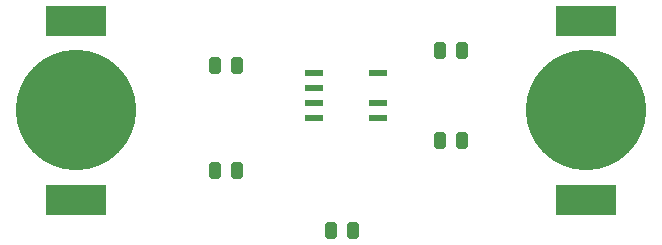
<source format=gbr>
G04 #@! TF.GenerationSoftware,KiCad,Pcbnew,(5.1.4)-1*
G04 #@! TF.CreationDate,2021-09-27T23:37:41-07:00*
G04 #@! TF.ProjectId,IntroProj,496e7472-6f50-4726-9f6a-2e6b69636164,rev?*
G04 #@! TF.SameCoordinates,Original*
G04 #@! TF.FileFunction,Paste,Top*
G04 #@! TF.FilePolarity,Positive*
%FSLAX46Y46*%
G04 Gerber Fmt 4.6, Leading zero omitted, Abs format (unit mm)*
G04 Created by KiCad (PCBNEW (5.1.4)-1) date 2021-09-27 23:37:41*
%MOMM*%
%LPD*%
G04 APERTURE LIST*
%ADD10R,5.100000X2.500000*%
%ADD11C,10.200000*%
%ADD12C,0.100000*%
%ADD13C,0.975000*%
%ADD14R,1.550000X0.600000*%
G04 APERTURE END LIST*
D10*
X138430000Y-62250000D03*
X138430000Y-77450000D03*
D11*
X138430000Y-69850000D03*
X181610000Y-69850000D03*
D10*
X181610000Y-77450000D03*
X181610000Y-62250000D03*
D12*
G36*
X150460142Y-65341174D02*
G01*
X150483803Y-65344684D01*
X150507007Y-65350496D01*
X150529529Y-65358554D01*
X150551153Y-65368782D01*
X150571670Y-65381079D01*
X150590883Y-65395329D01*
X150608607Y-65411393D01*
X150624671Y-65429117D01*
X150638921Y-65448330D01*
X150651218Y-65468847D01*
X150661446Y-65490471D01*
X150669504Y-65512993D01*
X150675316Y-65536197D01*
X150678826Y-65559858D01*
X150680000Y-65583750D01*
X150680000Y-66496250D01*
X150678826Y-66520142D01*
X150675316Y-66543803D01*
X150669504Y-66567007D01*
X150661446Y-66589529D01*
X150651218Y-66611153D01*
X150638921Y-66631670D01*
X150624671Y-66650883D01*
X150608607Y-66668607D01*
X150590883Y-66684671D01*
X150571670Y-66698921D01*
X150551153Y-66711218D01*
X150529529Y-66721446D01*
X150507007Y-66729504D01*
X150483803Y-66735316D01*
X150460142Y-66738826D01*
X150436250Y-66740000D01*
X149948750Y-66740000D01*
X149924858Y-66738826D01*
X149901197Y-66735316D01*
X149877993Y-66729504D01*
X149855471Y-66721446D01*
X149833847Y-66711218D01*
X149813330Y-66698921D01*
X149794117Y-66684671D01*
X149776393Y-66668607D01*
X149760329Y-66650883D01*
X149746079Y-66631670D01*
X149733782Y-66611153D01*
X149723554Y-66589529D01*
X149715496Y-66567007D01*
X149709684Y-66543803D01*
X149706174Y-66520142D01*
X149705000Y-66496250D01*
X149705000Y-65583750D01*
X149706174Y-65559858D01*
X149709684Y-65536197D01*
X149715496Y-65512993D01*
X149723554Y-65490471D01*
X149733782Y-65468847D01*
X149746079Y-65448330D01*
X149760329Y-65429117D01*
X149776393Y-65411393D01*
X149794117Y-65395329D01*
X149813330Y-65381079D01*
X149833847Y-65368782D01*
X149855471Y-65358554D01*
X149877993Y-65350496D01*
X149901197Y-65344684D01*
X149924858Y-65341174D01*
X149948750Y-65340000D01*
X150436250Y-65340000D01*
X150460142Y-65341174D01*
X150460142Y-65341174D01*
G37*
D13*
X150192500Y-66040000D03*
D12*
G36*
X152335142Y-65341174D02*
G01*
X152358803Y-65344684D01*
X152382007Y-65350496D01*
X152404529Y-65358554D01*
X152426153Y-65368782D01*
X152446670Y-65381079D01*
X152465883Y-65395329D01*
X152483607Y-65411393D01*
X152499671Y-65429117D01*
X152513921Y-65448330D01*
X152526218Y-65468847D01*
X152536446Y-65490471D01*
X152544504Y-65512993D01*
X152550316Y-65536197D01*
X152553826Y-65559858D01*
X152555000Y-65583750D01*
X152555000Y-66496250D01*
X152553826Y-66520142D01*
X152550316Y-66543803D01*
X152544504Y-66567007D01*
X152536446Y-66589529D01*
X152526218Y-66611153D01*
X152513921Y-66631670D01*
X152499671Y-66650883D01*
X152483607Y-66668607D01*
X152465883Y-66684671D01*
X152446670Y-66698921D01*
X152426153Y-66711218D01*
X152404529Y-66721446D01*
X152382007Y-66729504D01*
X152358803Y-66735316D01*
X152335142Y-66738826D01*
X152311250Y-66740000D01*
X151823750Y-66740000D01*
X151799858Y-66738826D01*
X151776197Y-66735316D01*
X151752993Y-66729504D01*
X151730471Y-66721446D01*
X151708847Y-66711218D01*
X151688330Y-66698921D01*
X151669117Y-66684671D01*
X151651393Y-66668607D01*
X151635329Y-66650883D01*
X151621079Y-66631670D01*
X151608782Y-66611153D01*
X151598554Y-66589529D01*
X151590496Y-66567007D01*
X151584684Y-66543803D01*
X151581174Y-66520142D01*
X151580000Y-66496250D01*
X151580000Y-65583750D01*
X151581174Y-65559858D01*
X151584684Y-65536197D01*
X151590496Y-65512993D01*
X151598554Y-65490471D01*
X151608782Y-65468847D01*
X151621079Y-65448330D01*
X151635329Y-65429117D01*
X151651393Y-65411393D01*
X151669117Y-65395329D01*
X151688330Y-65381079D01*
X151708847Y-65368782D01*
X151730471Y-65358554D01*
X151752993Y-65350496D01*
X151776197Y-65344684D01*
X151799858Y-65341174D01*
X151823750Y-65340000D01*
X152311250Y-65340000D01*
X152335142Y-65341174D01*
X152335142Y-65341174D01*
G37*
D13*
X152067500Y-66040000D03*
D12*
G36*
X162162642Y-79311174D02*
G01*
X162186303Y-79314684D01*
X162209507Y-79320496D01*
X162232029Y-79328554D01*
X162253653Y-79338782D01*
X162274170Y-79351079D01*
X162293383Y-79365329D01*
X162311107Y-79381393D01*
X162327171Y-79399117D01*
X162341421Y-79418330D01*
X162353718Y-79438847D01*
X162363946Y-79460471D01*
X162372004Y-79482993D01*
X162377816Y-79506197D01*
X162381326Y-79529858D01*
X162382500Y-79553750D01*
X162382500Y-80466250D01*
X162381326Y-80490142D01*
X162377816Y-80513803D01*
X162372004Y-80537007D01*
X162363946Y-80559529D01*
X162353718Y-80581153D01*
X162341421Y-80601670D01*
X162327171Y-80620883D01*
X162311107Y-80638607D01*
X162293383Y-80654671D01*
X162274170Y-80668921D01*
X162253653Y-80681218D01*
X162232029Y-80691446D01*
X162209507Y-80699504D01*
X162186303Y-80705316D01*
X162162642Y-80708826D01*
X162138750Y-80710000D01*
X161651250Y-80710000D01*
X161627358Y-80708826D01*
X161603697Y-80705316D01*
X161580493Y-80699504D01*
X161557971Y-80691446D01*
X161536347Y-80681218D01*
X161515830Y-80668921D01*
X161496617Y-80654671D01*
X161478893Y-80638607D01*
X161462829Y-80620883D01*
X161448579Y-80601670D01*
X161436282Y-80581153D01*
X161426054Y-80559529D01*
X161417996Y-80537007D01*
X161412184Y-80513803D01*
X161408674Y-80490142D01*
X161407500Y-80466250D01*
X161407500Y-79553750D01*
X161408674Y-79529858D01*
X161412184Y-79506197D01*
X161417996Y-79482993D01*
X161426054Y-79460471D01*
X161436282Y-79438847D01*
X161448579Y-79418330D01*
X161462829Y-79399117D01*
X161478893Y-79381393D01*
X161496617Y-79365329D01*
X161515830Y-79351079D01*
X161536347Y-79338782D01*
X161557971Y-79328554D01*
X161580493Y-79320496D01*
X161603697Y-79314684D01*
X161627358Y-79311174D01*
X161651250Y-79310000D01*
X162138750Y-79310000D01*
X162162642Y-79311174D01*
X162162642Y-79311174D01*
G37*
D13*
X161895000Y-80010000D03*
D12*
G36*
X160287642Y-79311174D02*
G01*
X160311303Y-79314684D01*
X160334507Y-79320496D01*
X160357029Y-79328554D01*
X160378653Y-79338782D01*
X160399170Y-79351079D01*
X160418383Y-79365329D01*
X160436107Y-79381393D01*
X160452171Y-79399117D01*
X160466421Y-79418330D01*
X160478718Y-79438847D01*
X160488946Y-79460471D01*
X160497004Y-79482993D01*
X160502816Y-79506197D01*
X160506326Y-79529858D01*
X160507500Y-79553750D01*
X160507500Y-80466250D01*
X160506326Y-80490142D01*
X160502816Y-80513803D01*
X160497004Y-80537007D01*
X160488946Y-80559529D01*
X160478718Y-80581153D01*
X160466421Y-80601670D01*
X160452171Y-80620883D01*
X160436107Y-80638607D01*
X160418383Y-80654671D01*
X160399170Y-80668921D01*
X160378653Y-80681218D01*
X160357029Y-80691446D01*
X160334507Y-80699504D01*
X160311303Y-80705316D01*
X160287642Y-80708826D01*
X160263750Y-80710000D01*
X159776250Y-80710000D01*
X159752358Y-80708826D01*
X159728697Y-80705316D01*
X159705493Y-80699504D01*
X159682971Y-80691446D01*
X159661347Y-80681218D01*
X159640830Y-80668921D01*
X159621617Y-80654671D01*
X159603893Y-80638607D01*
X159587829Y-80620883D01*
X159573579Y-80601670D01*
X159561282Y-80581153D01*
X159551054Y-80559529D01*
X159542996Y-80537007D01*
X159537184Y-80513803D01*
X159533674Y-80490142D01*
X159532500Y-80466250D01*
X159532500Y-79553750D01*
X159533674Y-79529858D01*
X159537184Y-79506197D01*
X159542996Y-79482993D01*
X159551054Y-79460471D01*
X159561282Y-79438847D01*
X159573579Y-79418330D01*
X159587829Y-79399117D01*
X159603893Y-79381393D01*
X159621617Y-79365329D01*
X159640830Y-79351079D01*
X159661347Y-79338782D01*
X159682971Y-79328554D01*
X159705493Y-79320496D01*
X159728697Y-79314684D01*
X159752358Y-79311174D01*
X159776250Y-79310000D01*
X160263750Y-79310000D01*
X160287642Y-79311174D01*
X160287642Y-79311174D01*
G37*
D13*
X160020000Y-80010000D03*
D12*
G36*
X152335142Y-74231174D02*
G01*
X152358803Y-74234684D01*
X152382007Y-74240496D01*
X152404529Y-74248554D01*
X152426153Y-74258782D01*
X152446670Y-74271079D01*
X152465883Y-74285329D01*
X152483607Y-74301393D01*
X152499671Y-74319117D01*
X152513921Y-74338330D01*
X152526218Y-74358847D01*
X152536446Y-74380471D01*
X152544504Y-74402993D01*
X152550316Y-74426197D01*
X152553826Y-74449858D01*
X152555000Y-74473750D01*
X152555000Y-75386250D01*
X152553826Y-75410142D01*
X152550316Y-75433803D01*
X152544504Y-75457007D01*
X152536446Y-75479529D01*
X152526218Y-75501153D01*
X152513921Y-75521670D01*
X152499671Y-75540883D01*
X152483607Y-75558607D01*
X152465883Y-75574671D01*
X152446670Y-75588921D01*
X152426153Y-75601218D01*
X152404529Y-75611446D01*
X152382007Y-75619504D01*
X152358803Y-75625316D01*
X152335142Y-75628826D01*
X152311250Y-75630000D01*
X151823750Y-75630000D01*
X151799858Y-75628826D01*
X151776197Y-75625316D01*
X151752993Y-75619504D01*
X151730471Y-75611446D01*
X151708847Y-75601218D01*
X151688330Y-75588921D01*
X151669117Y-75574671D01*
X151651393Y-75558607D01*
X151635329Y-75540883D01*
X151621079Y-75521670D01*
X151608782Y-75501153D01*
X151598554Y-75479529D01*
X151590496Y-75457007D01*
X151584684Y-75433803D01*
X151581174Y-75410142D01*
X151580000Y-75386250D01*
X151580000Y-74473750D01*
X151581174Y-74449858D01*
X151584684Y-74426197D01*
X151590496Y-74402993D01*
X151598554Y-74380471D01*
X151608782Y-74358847D01*
X151621079Y-74338330D01*
X151635329Y-74319117D01*
X151651393Y-74301393D01*
X151669117Y-74285329D01*
X151688330Y-74271079D01*
X151708847Y-74258782D01*
X151730471Y-74248554D01*
X151752993Y-74240496D01*
X151776197Y-74234684D01*
X151799858Y-74231174D01*
X151823750Y-74230000D01*
X152311250Y-74230000D01*
X152335142Y-74231174D01*
X152335142Y-74231174D01*
G37*
D13*
X152067500Y-74930000D03*
D12*
G36*
X150460142Y-74231174D02*
G01*
X150483803Y-74234684D01*
X150507007Y-74240496D01*
X150529529Y-74248554D01*
X150551153Y-74258782D01*
X150571670Y-74271079D01*
X150590883Y-74285329D01*
X150608607Y-74301393D01*
X150624671Y-74319117D01*
X150638921Y-74338330D01*
X150651218Y-74358847D01*
X150661446Y-74380471D01*
X150669504Y-74402993D01*
X150675316Y-74426197D01*
X150678826Y-74449858D01*
X150680000Y-74473750D01*
X150680000Y-75386250D01*
X150678826Y-75410142D01*
X150675316Y-75433803D01*
X150669504Y-75457007D01*
X150661446Y-75479529D01*
X150651218Y-75501153D01*
X150638921Y-75521670D01*
X150624671Y-75540883D01*
X150608607Y-75558607D01*
X150590883Y-75574671D01*
X150571670Y-75588921D01*
X150551153Y-75601218D01*
X150529529Y-75611446D01*
X150507007Y-75619504D01*
X150483803Y-75625316D01*
X150460142Y-75628826D01*
X150436250Y-75630000D01*
X149948750Y-75630000D01*
X149924858Y-75628826D01*
X149901197Y-75625316D01*
X149877993Y-75619504D01*
X149855471Y-75611446D01*
X149833847Y-75601218D01*
X149813330Y-75588921D01*
X149794117Y-75574671D01*
X149776393Y-75558607D01*
X149760329Y-75540883D01*
X149746079Y-75521670D01*
X149733782Y-75501153D01*
X149723554Y-75479529D01*
X149715496Y-75457007D01*
X149709684Y-75433803D01*
X149706174Y-75410142D01*
X149705000Y-75386250D01*
X149705000Y-74473750D01*
X149706174Y-74449858D01*
X149709684Y-74426197D01*
X149715496Y-74402993D01*
X149723554Y-74380471D01*
X149733782Y-74358847D01*
X149746079Y-74338330D01*
X149760329Y-74319117D01*
X149776393Y-74301393D01*
X149794117Y-74285329D01*
X149813330Y-74271079D01*
X149833847Y-74258782D01*
X149855471Y-74248554D01*
X149877993Y-74240496D01*
X149901197Y-74234684D01*
X149924858Y-74231174D01*
X149948750Y-74230000D01*
X150436250Y-74230000D01*
X150460142Y-74231174D01*
X150460142Y-74231174D01*
G37*
D13*
X150192500Y-74930000D03*
D12*
G36*
X171385142Y-71691174D02*
G01*
X171408803Y-71694684D01*
X171432007Y-71700496D01*
X171454529Y-71708554D01*
X171476153Y-71718782D01*
X171496670Y-71731079D01*
X171515883Y-71745329D01*
X171533607Y-71761393D01*
X171549671Y-71779117D01*
X171563921Y-71798330D01*
X171576218Y-71818847D01*
X171586446Y-71840471D01*
X171594504Y-71862993D01*
X171600316Y-71886197D01*
X171603826Y-71909858D01*
X171605000Y-71933750D01*
X171605000Y-72846250D01*
X171603826Y-72870142D01*
X171600316Y-72893803D01*
X171594504Y-72917007D01*
X171586446Y-72939529D01*
X171576218Y-72961153D01*
X171563921Y-72981670D01*
X171549671Y-73000883D01*
X171533607Y-73018607D01*
X171515883Y-73034671D01*
X171496670Y-73048921D01*
X171476153Y-73061218D01*
X171454529Y-73071446D01*
X171432007Y-73079504D01*
X171408803Y-73085316D01*
X171385142Y-73088826D01*
X171361250Y-73090000D01*
X170873750Y-73090000D01*
X170849858Y-73088826D01*
X170826197Y-73085316D01*
X170802993Y-73079504D01*
X170780471Y-73071446D01*
X170758847Y-73061218D01*
X170738330Y-73048921D01*
X170719117Y-73034671D01*
X170701393Y-73018607D01*
X170685329Y-73000883D01*
X170671079Y-72981670D01*
X170658782Y-72961153D01*
X170648554Y-72939529D01*
X170640496Y-72917007D01*
X170634684Y-72893803D01*
X170631174Y-72870142D01*
X170630000Y-72846250D01*
X170630000Y-71933750D01*
X170631174Y-71909858D01*
X170634684Y-71886197D01*
X170640496Y-71862993D01*
X170648554Y-71840471D01*
X170658782Y-71818847D01*
X170671079Y-71798330D01*
X170685329Y-71779117D01*
X170701393Y-71761393D01*
X170719117Y-71745329D01*
X170738330Y-71731079D01*
X170758847Y-71718782D01*
X170780471Y-71708554D01*
X170802993Y-71700496D01*
X170826197Y-71694684D01*
X170849858Y-71691174D01*
X170873750Y-71690000D01*
X171361250Y-71690000D01*
X171385142Y-71691174D01*
X171385142Y-71691174D01*
G37*
D13*
X171117500Y-72390000D03*
D12*
G36*
X169510142Y-71691174D02*
G01*
X169533803Y-71694684D01*
X169557007Y-71700496D01*
X169579529Y-71708554D01*
X169601153Y-71718782D01*
X169621670Y-71731079D01*
X169640883Y-71745329D01*
X169658607Y-71761393D01*
X169674671Y-71779117D01*
X169688921Y-71798330D01*
X169701218Y-71818847D01*
X169711446Y-71840471D01*
X169719504Y-71862993D01*
X169725316Y-71886197D01*
X169728826Y-71909858D01*
X169730000Y-71933750D01*
X169730000Y-72846250D01*
X169728826Y-72870142D01*
X169725316Y-72893803D01*
X169719504Y-72917007D01*
X169711446Y-72939529D01*
X169701218Y-72961153D01*
X169688921Y-72981670D01*
X169674671Y-73000883D01*
X169658607Y-73018607D01*
X169640883Y-73034671D01*
X169621670Y-73048921D01*
X169601153Y-73061218D01*
X169579529Y-73071446D01*
X169557007Y-73079504D01*
X169533803Y-73085316D01*
X169510142Y-73088826D01*
X169486250Y-73090000D01*
X168998750Y-73090000D01*
X168974858Y-73088826D01*
X168951197Y-73085316D01*
X168927993Y-73079504D01*
X168905471Y-73071446D01*
X168883847Y-73061218D01*
X168863330Y-73048921D01*
X168844117Y-73034671D01*
X168826393Y-73018607D01*
X168810329Y-73000883D01*
X168796079Y-72981670D01*
X168783782Y-72961153D01*
X168773554Y-72939529D01*
X168765496Y-72917007D01*
X168759684Y-72893803D01*
X168756174Y-72870142D01*
X168755000Y-72846250D01*
X168755000Y-71933750D01*
X168756174Y-71909858D01*
X168759684Y-71886197D01*
X168765496Y-71862993D01*
X168773554Y-71840471D01*
X168783782Y-71818847D01*
X168796079Y-71798330D01*
X168810329Y-71779117D01*
X168826393Y-71761393D01*
X168844117Y-71745329D01*
X168863330Y-71731079D01*
X168883847Y-71718782D01*
X168905471Y-71708554D01*
X168927993Y-71700496D01*
X168951197Y-71694684D01*
X168974858Y-71691174D01*
X168998750Y-71690000D01*
X169486250Y-71690000D01*
X169510142Y-71691174D01*
X169510142Y-71691174D01*
G37*
D13*
X169242500Y-72390000D03*
D12*
G36*
X169510142Y-64071174D02*
G01*
X169533803Y-64074684D01*
X169557007Y-64080496D01*
X169579529Y-64088554D01*
X169601153Y-64098782D01*
X169621670Y-64111079D01*
X169640883Y-64125329D01*
X169658607Y-64141393D01*
X169674671Y-64159117D01*
X169688921Y-64178330D01*
X169701218Y-64198847D01*
X169711446Y-64220471D01*
X169719504Y-64242993D01*
X169725316Y-64266197D01*
X169728826Y-64289858D01*
X169730000Y-64313750D01*
X169730000Y-65226250D01*
X169728826Y-65250142D01*
X169725316Y-65273803D01*
X169719504Y-65297007D01*
X169711446Y-65319529D01*
X169701218Y-65341153D01*
X169688921Y-65361670D01*
X169674671Y-65380883D01*
X169658607Y-65398607D01*
X169640883Y-65414671D01*
X169621670Y-65428921D01*
X169601153Y-65441218D01*
X169579529Y-65451446D01*
X169557007Y-65459504D01*
X169533803Y-65465316D01*
X169510142Y-65468826D01*
X169486250Y-65470000D01*
X168998750Y-65470000D01*
X168974858Y-65468826D01*
X168951197Y-65465316D01*
X168927993Y-65459504D01*
X168905471Y-65451446D01*
X168883847Y-65441218D01*
X168863330Y-65428921D01*
X168844117Y-65414671D01*
X168826393Y-65398607D01*
X168810329Y-65380883D01*
X168796079Y-65361670D01*
X168783782Y-65341153D01*
X168773554Y-65319529D01*
X168765496Y-65297007D01*
X168759684Y-65273803D01*
X168756174Y-65250142D01*
X168755000Y-65226250D01*
X168755000Y-64313750D01*
X168756174Y-64289858D01*
X168759684Y-64266197D01*
X168765496Y-64242993D01*
X168773554Y-64220471D01*
X168783782Y-64198847D01*
X168796079Y-64178330D01*
X168810329Y-64159117D01*
X168826393Y-64141393D01*
X168844117Y-64125329D01*
X168863330Y-64111079D01*
X168883847Y-64098782D01*
X168905471Y-64088554D01*
X168927993Y-64080496D01*
X168951197Y-64074684D01*
X168974858Y-64071174D01*
X168998750Y-64070000D01*
X169486250Y-64070000D01*
X169510142Y-64071174D01*
X169510142Y-64071174D01*
G37*
D13*
X169242500Y-64770000D03*
D12*
G36*
X171385142Y-64071174D02*
G01*
X171408803Y-64074684D01*
X171432007Y-64080496D01*
X171454529Y-64088554D01*
X171476153Y-64098782D01*
X171496670Y-64111079D01*
X171515883Y-64125329D01*
X171533607Y-64141393D01*
X171549671Y-64159117D01*
X171563921Y-64178330D01*
X171576218Y-64198847D01*
X171586446Y-64220471D01*
X171594504Y-64242993D01*
X171600316Y-64266197D01*
X171603826Y-64289858D01*
X171605000Y-64313750D01*
X171605000Y-65226250D01*
X171603826Y-65250142D01*
X171600316Y-65273803D01*
X171594504Y-65297007D01*
X171586446Y-65319529D01*
X171576218Y-65341153D01*
X171563921Y-65361670D01*
X171549671Y-65380883D01*
X171533607Y-65398607D01*
X171515883Y-65414671D01*
X171496670Y-65428921D01*
X171476153Y-65441218D01*
X171454529Y-65451446D01*
X171432007Y-65459504D01*
X171408803Y-65465316D01*
X171385142Y-65468826D01*
X171361250Y-65470000D01*
X170873750Y-65470000D01*
X170849858Y-65468826D01*
X170826197Y-65465316D01*
X170802993Y-65459504D01*
X170780471Y-65451446D01*
X170758847Y-65441218D01*
X170738330Y-65428921D01*
X170719117Y-65414671D01*
X170701393Y-65398607D01*
X170685329Y-65380883D01*
X170671079Y-65361670D01*
X170658782Y-65341153D01*
X170648554Y-65319529D01*
X170640496Y-65297007D01*
X170634684Y-65273803D01*
X170631174Y-65250142D01*
X170630000Y-65226250D01*
X170630000Y-64313750D01*
X170631174Y-64289858D01*
X170634684Y-64266197D01*
X170640496Y-64242993D01*
X170648554Y-64220471D01*
X170658782Y-64198847D01*
X170671079Y-64178330D01*
X170685329Y-64159117D01*
X170701393Y-64141393D01*
X170719117Y-64125329D01*
X170738330Y-64111079D01*
X170758847Y-64098782D01*
X170780471Y-64088554D01*
X170802993Y-64080496D01*
X170826197Y-64074684D01*
X170849858Y-64071174D01*
X170873750Y-64070000D01*
X171361250Y-64070000D01*
X171385142Y-64071174D01*
X171385142Y-64071174D01*
G37*
D13*
X171117500Y-64770000D03*
D14*
X158590000Y-66675000D03*
X158590000Y-67945000D03*
X158590000Y-69215000D03*
X158590000Y-70485000D03*
X163990000Y-70485000D03*
X163990000Y-69215000D03*
X163990000Y-66675000D03*
M02*

</source>
